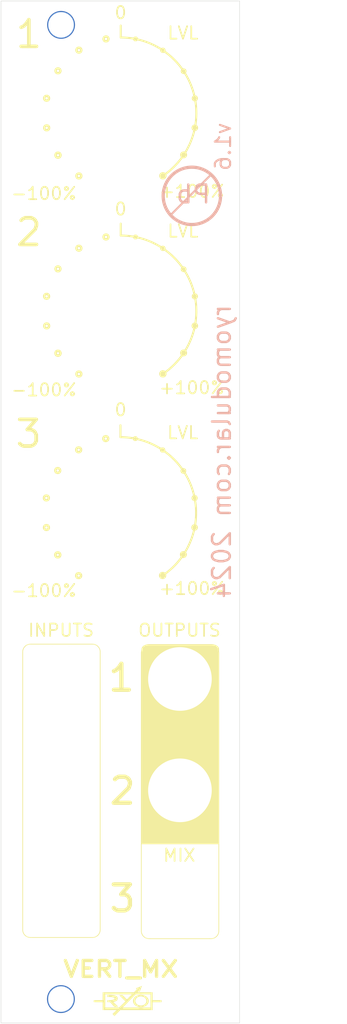
<source format=kicad_pcb>
(kicad_pcb (version 20221018) (generator pcbnew)
  (layers (0 "F.Cu" signal) (31 "B.Cu" signal) (34 "B.Paste" user) (35 "F.Paste" user) (36 "B.SilkS" user "B.Silkscreen") (37 "F.SilkS" user "F.Silkscreen") (38 "B.Mask" user) (39 "F.Mask" user) (44 "Edge.Cuts" user))
  (net 0 "")
  (net 1 "SHIELD")
  (footprint "" (layer "F.Cu") (at 141.0011 140.0036)
    (fp_text reference "@HOLE3" hide)
    (fp_text value "" (at 0 0) (layer "F.SilkS") (effects (font (size 1.27 1.27))))
    (pad "" np_thru_hole circle (at 0 0) (size 8 8) (drill 8) (layers "*.Cu" "*.Mask"))
  )
  (footprint "" (layer "F.Cu") (at 141.0011 154.0036)
    (fp_text reference "@HOLE1" hide)
    (fp_text value "" (at 0 0) (layer "F.SilkS") (effects (font (size 1.27 1.27))))
    (pad "" np_thru_hole circle (at 0 0) (size 8 8) (drill 8) (layers "*.Cu" "*.Mask"))
  )
  (footprint "" (layer "F.Cu") (at 148.5011 80.0036)
    (fp_text reference "@HOLE7" hide)
    (fp_text value "" hide)
    (pad "" np_thru_hole circle locked (at 0 0) (size 7.5 7.5) (drill 7.5) (layers "F&B.Cu" "*.Mask"))
  )
  (footprint "" (layer "F.Cu") (at 148.521317 54.891415)
    (fp_text reference "@HOLE6" hide)
    (fp_text value "" (at 0 0) (layer "F.SilkS") (effects (font (size 1.27 1.27))))
    (pad "" np_thru_hole circle locked (at 0 0) (size 7.5 7.5) (drill 7.5) (layers "F&B.Cu" "*.Mask"))
  )
  (footprint "" (layer "F.Cu") (at 156.0011 126.0036)
    (fp_text reference "@HOLE4" hide)
    (fp_text value "" (at 0 0) (layer "F.SilkS") (effects (font (size 1.27 1.27))))
    (pad "" np_thru_hole circle (at 0 0) (size 8 8) (drill 8) (layers "*.Cu" "*.Mask"))
  )
  (footprint "" (layer "F.Cu") (at 156.0011 154.0036)
    (fp_text reference "@HOLE0" hide)
    (fp_text value "" (at 0 0) (layer "F.SilkS") (effects (font (size 1.27 1.27))))
    (pad "" np_thru_hole circle (at 0 0) (size 8 8) (drill 8) (layers "*.Cu" "*.Mask"))
  )
  (footprint "" (layer "F.Cu") (at 148.5011 105.0036)
    (fp_text reference "@HOLE6" hide)
    (fp_text value "" (at 0 0) (layer "F.SilkS") (effects (font (size 1.27 1.27))))
    (pad "" np_thru_hole circle locked (at 0 0) (size 7.5 7.5) (drill 7.5) (layers "F&B.Cu" "*.Mask"))
  )
  (footprint "" (layer "F.Cu") (at 156.0011 140.0036)
    (fp_text reference "@HOLE2" hide)
    (fp_text value "" (at 0 0) (layer "F.SilkS") (effects (font (size 1.27 1.27))))
    (pad "" np_thru_hole circle (at 0 0) (size 8 8) (drill 8) (layers "*.Cu" "*.Mask"))
  )
  (footprint "" (layer "F.Cu") (at 141.0011 126.0036)
    (fp_text reference "@HOLE5" hide)
    (fp_text value "" (at 0 0) (layer "F.SilkS") (effects (font (size 1.27 1.27))))
    (pad "" np_thru_hole circle (at 0 0) (size 8 8) (drill 8) (layers "*.Cu" "*.Mask"))
  )
  (gr_line locked (start 159.806015 62.691339) (end 154.906015 67.591339) (stroke (width 0.254)) (layer "B.SilkS"))
  (gr_circle locked (center 157.5011 65.2536) (end 161.10665 65.2536) (stroke (width 0.4064)) (fill none) (layer "B.SilkS"))
  (gr_circle (center 140.674866 60.140658) (end 140.824866 60.140658) (stroke (width 0.3048)) (fill none) (layer "F.SilkS"))
  (gr_circle (center 140.664866 85.035065) (end 140.814866 85.035065) (stroke (width 0.3048)) (fill none) (layer "F.SilkS"))
  (gr_circle (center 153.824788 112.988375) (end 154.104788 112.988375) (stroke (width 0.3648)) (fill none) (layer "F.SilkS"))
  (gr_circle (center 140.634788 99.788375) (end 140.784788 99.788375) (stroke (width 0.3048)) (fill none) (layer "F.SilkS"))
  (gr_circle (center 150.414866 45.520658) (end 150.574866 45.520658) (stroke (width 0.3048)) (fill none) (layer "F.SilkS"))
  (gr_circle (center 140.634788 110.408375) (end 140.784788 110.408375) (stroke (width 0.3048)) (fill none) (layer "F.SilkS"))
  (gr_circle (center 143.264788 113.008375) (end 143.414788 113.008375) (stroke (width 0.3048)) (fill none) (layer "F.SilkS"))
  (gr_circle (center 146.704866 70.425065) (end 146.854866 70.425065) (stroke (width 0.3048)) (fill none) (layer "F.SilkS"))
  (gr_circle (center 143.294866 46.930658) (end 143.444866 46.930658) (stroke (width 0.3048)) (fill none) (layer "F.SilkS"))
  (gr_circle (center 156.434788 110.358375) (end 156.694788 110.358375) (stroke (width 0.3548)) (fill none) (layer "F.SilkS"))
  (gr_circle (center 140.674866 85.045065) (end 140.824866 85.045065) (stroke (width 0.3048)) (fill none) (layer "F.SilkS"))
  (gr_circle (center 157.874866 81.595065) (end 158.114866 81.595065) (stroke (width 0.3448)) (fill none) (layer "F.SilkS"))
  (gr_circle (center 139.214788 106.958375) (end 139.364788 106.958375) (stroke (width 0.3048)) (fill none) (layer "F.SilkS"))
  (gr_circle (center 143.294866 71.835065) (end 143.444866 71.835065) (stroke (width 0.3048)) (fill none) (layer "F.SilkS"))
  (gr_poly (pts (xy 147.319918 165.728597) (xy 147.49971 165.736445) (xy 147.588638 165.743714) (xy 147.674167 165.753676) (xy 147.754232 165.76668) (xy 147.826767 165.783074) (xy 147.889707 165.803207) (xy 147.916933 165.814784) (xy 147.940986 165.827427) (xy 147.969661 165.844576) (xy 147.98327 165.853024) (xy 147.99644 165.861518) (xy 148.009207 165.870155) (xy 148.021606 165.879032) (xy 148.033671 165.888247) (xy 148.045439 165.897897) (xy 148.056943 165.90808) (xy 148.068221 165.918892) (xy 148.079305 165.930432) (xy 148.090233 165.942797) (xy 148.101038 165.956083) (xy 148.111757 165.970389) (xy 148.122424 165.985812) (xy 148.133074 166.002449) (xy 148.142016 166.018481) (xy 148.149871 166.035776) (xy 148.15661 166.054269) (xy 148.162205 166.073893) (xy 148.166625 166.094582) (xy 148.169841 166.116272) (xy 148.171825 166.138897) (xy 148.172546 166.16239) (xy 148.171976 166.186686) (xy 148.170086 166.211719) (xy 148.166845 166.237424) (xy 148.162225 166.263735) (xy 148.156197 166.290587) (xy 148.148731 166.317913) (xy 148.139799 166.345647) (xy 148.129369 166.373725) (xy 148.126553 166.380324) (xy 148.123419 166.386719) (xy 148.119982 166.392916) (xy 148.116255 166.398922) (xy 148.112252 166.404745) (xy 148.107985 166.41039) (xy 148.098718 166.421177) (xy 148.08856 166.431337) (xy 148.07762 166.440926) (xy 148.066005 166.449998) (xy 148.053823 166.458607) (xy 148.041181 166.466809) (xy 148.028186 166.474657) (xy 148.001573 166.489514) (xy 147.948858 166.517394) (xy 147.932334 166.525869) (xy 147.913075 166.534896) (xy 147.868453 166.554001) (xy 147.819186 166.573494) (xy 147.76947 166.592164) (xy 147.685469 166.622179) (xy 147.650011 166.63434) (xy 148.164427 167.134601) (xy 148.164427 167.238582) (xy 147.747774 167.245594) (xy 147.219798 166.644923) (xy 146.878684 166.646312) (xy 146.879015 166.393966) (xy 147.206437 166.395157) (xy 147.294322 166.384987) (xy 147.384535 166.371605) (xy 147.43548 166.362644) (xy 147.488135 166.352096) (xy 147.540863 166.339904) (xy 147.592027 166.326014) (xy 147.63999 166.310368) (xy 147.683115 166.292912) (xy 147.702351 166.283487) (xy 147.719765 166.273589) (xy 147.73515 166.26321) (xy 147.748303 166.252344) (xy 147.759019 166.240983) (xy 147.767093 166.22912) (xy 147.77232 166.216749) (xy 147.774497 166.203863) (xy 147.772982 166.179439) (xy 147.766405 166.156896) (xy 147.7551 166.136159) (xy 147.739402 166.117158) (xy 147.719647 166.099819) (xy 147.696169 166.08407) (xy 147.669304 166.069838) (xy 147.639388 166.057052) (xy 147.606755 166.045639) (xy 147.57174 166.035526) (xy 147.495907 166.018912) (xy 147.41457 166.006629) (xy 147.330411 165.9981) (xy 147.24611 165.992744) (xy 147.16435 165.989982) (xy 147.019176 165.989923) (xy 146.877295 165.995437) (xy 146.87789 165.735286) (xy 147.010429 165.729898) (xy 147.151317 165.727343)) (fill solid) (layer "F.SilkS"))
  (gr_circle (center 157.844788 103.248375) (end 158.064788 103.248375) (stroke (width 0.3348)) (fill none) (layer "F.SilkS"))
  (gr_poly (pts (xy 159.992364 121.624) (xy 160.041824 121.626373) (xy 160.090568 121.63028) (xy 160.138534 121.635682) (xy 160.185662 121.642541) (xy 160.23189 121.650819) (xy 160.277156 121.660476) (xy 160.321399 121.671474) (xy 160.364558 121.683773) (xy 160.406571 121.697337) (xy 160.447377 121.712125) (xy 160.486915 121.728099) (xy 160.525122 121.745221) (xy 160.561938 121.763451) (xy 160.597301 121.782751) (xy 160.63115 121.803082) (xy 160.663424 121.824406) (xy 160.69406 121.846684) (xy 160.722998 121.869877) (xy 160.750176 121.893946) (xy 160.775532 121.918854) (xy 160.799006 121.94456) (xy 160.820536 121.971027) (xy 160.84006 121.998215) (xy 160.857517 122.026087) (xy 160.872846 122.054603) (xy 160.885985 122.083724) (xy 160.896873 122.113412) (xy 160.905448 122.143628) (xy 160.91165 122.174334) (xy 160.915415 122.205491) (xy 160.916684 122.237061) (xy 160.916684 144.247908) (xy 160.915415 144.279476) (xy 160.91165 144.310633) (xy 160.905448 144.341341) (xy 160.896873 144.371558) (xy 160.885985 144.401247) (xy 160.872846 144.43037) (xy 160.857517 144.458888) (xy 160.84006 144.486762) (xy 160.820536 144.513952) (xy 160.799006 144.540421) (xy 160.775532 144.56613) (xy 160.750176 144.591039) (xy 160.722998 144.615112) (xy 160.69406 144.638308) (xy 160.663424 144.660589) (xy 160.63115 144.681915) (xy 160.597301 144.70225) (xy 160.561938 144.721552) (xy 160.525122 144.739786) (xy 160.486915 144.75691) (xy 160.447377 144.772887) (xy 160.406571 144.787677) (xy 160.364558 144.801243) (xy 160.321399 144.813544) (xy 160.277156 144.824545) (xy 160.23189 144.834204) (xy 160.185662 144.842483) (xy 160.138534 144.849344) (xy 160.090568 144.854746) (xy 160.041824 144.858655) (xy 159.992364 144.861028) (xy 159.942251 144.861828) (xy 152.146865 144.861828) (xy 152.096751 144.861028) (xy 152.047291 144.858655) (xy 151.998548 144.854746) (xy 151.950581 144.849344) (xy 151.903453 144.842483) (xy 151.857226 144.834204) (xy 151.811959 144.824545) (xy 151.767716 144.813544) (xy 151.724557 144.801243) (xy 151.682544 144.787677) (xy 151.641738 144.772887) (xy 151.6022 144.75691) (xy 151.563993 144.739786) (xy 151.527177 144.721552) (xy 151.491814 144.70225) (xy 151.457965 144.681915) (xy 151.425692 144.660589) (xy 151.395055 144.638308) (xy 151.366117 144.615112) (xy 151.33894 144.591039) (xy 151.313583 144.56613) (xy 151.290109 144.540421) (xy 151.268579 144.513952) (xy 151.249055 144.486762) (xy 151.231598 144.458888) (xy 151.216269 144.43037) (xy 151.20313 144.401247) (xy 151.192242 144.371558) (xy 151.183667 144.341341) (xy 151.177466 144.310633) (xy 151.1737 144.279476) (xy 151.172431 144.247908) (xy 151.172431 122.237061) (xy 151.1737 122.205491) (xy 151.177466 122.174334) (xy 151.183667 122.143628) (xy 151.192242 122.113412) (xy 151.20313 122.083724) (xy 151.216269 122.054603) (xy 151.231598 122.026087) (xy 151.249055 121.998215) (xy 151.268579 121.971027) (xy 151.290109 121.94456) (xy 151.313583 121.918854) (xy 151.33894 121.893946) (xy 151.366117 121.869877) (xy 151.395055 121.846684) (xy 151.425692 121.824406) (xy 151.457965 121.803082) (xy 151.491814 121.782751) (xy 151.527177 121.763451) (xy 151.563993 121.745221) (xy 151.6022 121.728099) (xy 151.641738 121.712125) (xy 151.682544 121.697337) (xy 151.724557 121.683773) (xy 151.767716 121.671474) (xy 151.811959 121.660476) (xy 151.857226 121.650819) (xy 151.903453 121.642541) (xy 151.950581 121.635682) (xy 151.998548 121.63028) (xy 152.047291 121.626373) (xy 152.096751 121.624) (xy 152.146865 121.623201) (xy 159.942251 121.623201)) (fill solid) (layer "F.SilkS"))
  (gr_circle (center 143.264788 97.188375) (end 143.414788 97.188375) (stroke (width 0.3048)) (fill none) (layer "F.SilkS"))
  (gr_circle (center 140.634788 110.388375) (end 140.784788 110.388375) (stroke (width 0.3048)) (fill none) (layer "F.SilkS"))
  (gr_circle (center 156.464866 74.485065) (end 156.664866 74.485065) (stroke (width 0.3248)) (fill none) (layer "F.SilkS"))
  (gr_circle (center 140.674866 85.045065) (end 140.824866 85.045065) (stroke (width 0.3048)) (fill none) (layer "F.SilkS"))
  (gr_circle (center 146.674788 95.778375) (end 146.824788 95.778375) (stroke (width 0.3048)) (fill none) (layer "F.SilkS"))
  (gr_circle (center 140.644788 110.398375) (end 140.794788 110.398375) (stroke (width 0.3048)) (fill none) (layer "F.SilkS"))
  (gr_circle (center 140.634788 110.388375) (end 140.784788 110.388375) (stroke (width 0.3048)) (fill none) (layer "F.SilkS"))
  (gr_arc (start 148.554866 70.245066) (mid 157.650941 76.981606) (end 153.854866 87.645065) (stroke (width 0.254)) (layer "F.SilkS"))
  (gr_circle (center 140.664866 60.150658) (end 140.814866 60.150658) (stroke (width 0.3048)) (fill none) (layer "F.SilkS"))
  (gr_circle (center 139.244866 81.605065) (end 139.394866 81.605065) (stroke (width 0.3048)) (fill none) (layer "F.SilkS"))
  (gr_circle (center 140.664866 85.055065) (end 140.814866 85.055065) (stroke (width 0.3048)) (fill none) (layer "F.SilkS"))
  (gr_circle (center 153.824788 97.208375) (end 154.004788 97.208375) (stroke (width 0.3148)) (fill none) (layer "F.SilkS"))
  (gr_circle (center 157.874866 56.690658) (end 158.114866 56.690658) (stroke (width 0.3448)) (fill none) (layer "F.SilkS"))
  (gr_circle (center 140.664866 49.530658) (end 140.814866 49.530658) (stroke (width 0.3048)) (fill none) (layer "F.SilkS"))
  (gr_circle (center 157.874866 77.895065) (end 158.094866 77.895065) (stroke (width 0.3348)) (fill none) (layer "F.SilkS"))
  (gr_circle (center 156.464866 85.005065) (end 156.724866 85.005065) (stroke (width 0.3548)) (fill none) (layer "F.SilkS"))
  (gr_circle (center 157.874866 52.990658) (end 158.094866 52.990658) (stroke (width 0.3348)) (fill none) (layer "F.SilkS"))
  (gr_line (start 148.554866 45.340658) (end 148.554866 43.840658) (stroke (width 0.254)) (layer "F.SilkS"))
  (gr_circle (center 139.244866 56.700658) (end 139.394866 56.700658) (stroke (width 0.3048)) (fill none) (layer "F.SilkS"))
  (gr_circle (center 143.294866 87.655065) (end 143.444866 87.655065) (stroke (width 0.3048)) (fill none) (layer "F.SilkS"))
  (gr_poly (pts (xy 159.965812 121.771823) (xy 160.015272 121.775589) (xy 160.064016 121.78179) (xy 160.111982 121.790365) (xy 160.15911 121.801253) (xy 160.205338 121.814391) (xy 160.250604 121.82972) (xy 160.294847 121.847177) (xy 160.338006 121.8667) (xy 160.380019 121.88823) (xy 160.420825 121.911703) (xy 160.460363 121.937059) (xy 160.49857 121.964236) (xy 160.535386 121.993172) (xy 160.570749 122.023807) (xy 160.604598 122.056079) (xy 160.636872 122.089927) (xy 160.667508 122.125288) (xy 160.696446 122.162103) (xy 160.723624 122.200308) (xy 160.74898 122.239844) (xy 160.772454 122.280647) (xy 160.793984 122.322658) (xy 160.813508 122.365814) (xy 160.830965 122.410055) (xy 160.846294 122.455318) (xy 160.859433 122.501542) (xy 160.870321 122.548667) (xy 160.878896 122.596629) (xy 160.885098 122.645369) (xy 160.888863 122.694824) (xy 160.890132 122.744934) (xy 160.890132 157.682789) (xy 160.888863 157.732898) (xy 160.885098 157.782354) (xy 160.878896 157.831095) (xy 160.870321 157.879059) (xy 160.859433 157.926186) (xy 160.846294 157.972412) (xy 160.830965 158.017678) (xy 160.813508 158.061922) (xy 160.793984 158.105082) (xy 160.772454 158.147096) (xy 160.74898 158.187904) (xy 160.723624 158.227443) (xy 160.696446 158.265653) (xy 160.667508 158.302472) (xy 160.636872 158.337838) (xy 160.604598 158.37169) (xy 160.570749 158.403967) (xy 160.535386 158.434606) (xy 160.49857 158.463548) (xy 160.460363 158.490729) (xy 160.420825 158.516089) (xy 160.380019 158.539566) (xy 160.338006 158.561099) (xy 160.294847 158.580626) (xy 160.250604 158.598087) (xy 160.205338 158.613418) (xy 160.15911 158.62656) (xy 160.111982 158.637449) (xy 160.064016 158.646026) (xy 160.015272 158.652229) (xy 159.965812 158.655995) (xy 159.915699 158.657265) (xy 152.120313 158.657265) (xy 152.070199 158.655995) (xy 152.020739 158.652229) (xy 151.971996 158.646026) (xy 151.924029 158.637449) (xy 151.876901 158.62656) (xy 151.830674 158.613418) (xy 151.785407 158.598087) (xy 151.741164 158.580626) (xy 151.698005 158.561099) (xy 151.655992 158.539566) (xy 151.615186 158.516089) (xy 151.575648 158.490729) (xy 151.537441 158.463548) (xy 151.500625 158.434606) (xy 151.465262 158.403967) (xy 151.431413 158.37169) (xy 151.39914 158.337838) (xy 151.368503 158.302472) (xy 151.339565 158.265653) (xy 151.312388 158.227443) (xy 151.287031 158.187904) (xy 151.263557 158.147096) (xy 151.242027 158.105082) (xy 151.222503 158.061922) (xy 151.205046 158.017678) (xy 151.189717 157.972412) (xy 151.176578 157.926186) (xy 151.16569 157.879059) (xy 151.157115 157.831095) (xy 151.150914 157.782354) (xy 151.147148 157.732898) (xy 151.145879 157.682789) (xy 151.145879 122.744934) (xy 151.147148 122.694824) (xy 151.150914 122.645369) (xy 151.157115 122.596629) (xy 151.16569 122.548667) (xy 151.176578 122.501542) (xy 151.189717 122.455318) (xy 151.205046 122.410055) (xy 151.222503 122.365814) (xy 151.242027 122.322658) (xy 151.263557 122.280647) (xy 151.287031 122.239844) (xy 151.312388 122.200308) (xy 151.339565 122.162103) (xy 151.368503 122.125288) (xy 151.39914 122.089927) (xy 151.431413 122.056079) (xy 151.465262 122.023807) (xy 151.500625 121.993172) (xy 151.537441 121.964236) (xy 151.575648 121.937059) (xy 151.615186 121.911703) (xy 151.655992 121.88823) (xy 151.698005 121.8667) (xy 151.741164 121.847177) (xy 151.785407 121.82972) (xy 151.830674 121.814391) (xy 151.876901 121.801253) (xy 151.924029 121.790365) (xy 151.971996 121.78179) (xy 152.020739 121.775589) (xy 152.070199 121.771823) (xy 152.120313 121.770554) (xy 159.915699 121.770554)) (stroke (width 0.1)) (fill none) (layer "F.SilkS"))
  (gr_circle (center 139.234866 77.885065) (end 139.384866 77.885065) (stroke (width 0.3048)) (fill none) (layer "F.SilkS"))
  (gr_circle (center 153.854866 46.950658) (end 154.034866 46.950658) (stroke (width 0.3148)) (fill none) (layer "F.SilkS"))
  (gr_circle (center 150.414866 70.425065) (end 150.574866 70.425065) (stroke (width 0.3048)) (fill none) (layer "F.SilkS"))
  (gr_circle (center 157.844788 106.948375) (end 158.084788 106.948375) (stroke (width 0.3448)) (fill none) (layer "F.SilkS"))
  (gr_line (start 148.554866 70.245065) (end 148.554866 68.745065) (stroke (width 0.254)) (layer "F.SilkS"))
  (gr_circle (center 140.664866 85.035065) (end 140.814866 85.035065) (stroke (width 0.3048)) (fill none) (layer "F.SilkS"))
  (gr_circle (center 139.234866 52.980658) (end 139.384866 52.980658) (stroke (width 0.3048)) (fill none) (layer "F.SilkS"))
  (gr_circle (center 156.464866 60.100658) (end 156.724866 60.100658) (stroke (width 0.3548)) (fill none) (layer "F.SilkS"))
  (gr_circle (center 153.854866 62.730658) (end 154.134866 62.730658) (stroke (width 0.3648)) (fill none) (layer "F.SilkS"))
  (gr_circle (center 140.674866 60.140658) (end 140.824866 60.140658) (stroke (width 0.3048)) (fill none) (layer "F.SilkS"))
  (gr_circle (center 140.664866 60.130658) (end 140.814866 60.130658) (stroke (width 0.3048)) (fill none) (layer "F.SilkS"))
  (gr_circle (center 140.644788 110.398375) (end 140.794788 110.398375) (stroke (width 0.3048)) (fill none) (layer "F.SilkS"))
  (gr_circle (center 139.204788 103.238375) (end 139.354788 103.238375) (stroke (width 0.3048)) (fill none) (layer "F.SilkS"))
  (gr_poly (pts (xy 150.946322 165.350251) (xy 150.823026 165.245344) (xy 150.682136 165.3906) (xy 152.569277 165.390468) (xy 152.570996 166.3812) (xy 153.69316 166.383449) (xy 153.692366 166.649091) (xy 152.571789 166.651406) (xy 152.56921 167.640352) (xy 148.500514 167.639823) (xy 147.766957 168.3962) (xy 147.525392 168.122158) (xy 148.014011 167.639757) (xy 146.284496 167.639558) (xy 146.283392 167.309292) (xy 148.821123 167.309292) (xy 152.303436 167.309755) (xy 152.302245 165.656242) (xy 150.424629 165.656109) (xy 148.821123 167.309292) (xy 146.283392 167.309292) (xy 146.281189 166.650414) (xy 145.158496 166.64241) (xy 145.161208 166.388939) (xy 146.274442 166.384706) (xy 146.281332 165.655779) (xy 146.614696 165.655779) (xy 146.614696 167.309028) (xy 148.348841 167.309226) (xy 149.131281 166.536907) (xy 148.365444 165.751227) (xy 148.793738 165.747126) (xy 149.332695 166.290051) (xy 149.962866 165.656043) (xy 146.614696 165.655779) (xy 146.281332 165.655779) (xy 146.283835 165.390997) (xy 150.226655 165.390666) (xy 150.594492 165.020646) (xy 150.454329 164.898673) (xy 151.229757 164.587854)) (fill solid) (layer "F.SilkS"))
  (gr_circle (center 150.384788 95.778375) (end 150.544788 95.778375) (stroke (width 0.3048)) (fill none) (layer "F.SilkS"))
  (gr_arc (start 148.554866 45.340659) (mid 157.650941 52.077199) (end 153.854866 62.740658) (stroke (width 0.254)) (layer "F.SilkS"))
  (gr_circle (center 156.464866 49.580658) (end 156.664866 49.580658) (stroke (width 0.3248)) (fill none) (layer "F.SilkS"))
  (gr_circle (center 153.854866 71.855065) (end 154.034866 71.855065) (stroke (width 0.3148)) (fill none) (layer "F.SilkS"))
  (gr_circle (center 140.664866 74.435065) (end 140.814866 74.435065) (stroke (width 0.3048)) (fill none) (layer "F.SilkS"))
  (gr_circle (center 140.664866 60.130658) (end 140.814866 60.130658) (stroke (width 0.3048)) (fill none) (layer "F.SilkS"))
  (gr_circle (center 153.854866 87.635065) (end 154.134866 87.635065) (stroke (width 0.3648)) (fill none) (layer "F.SilkS"))
  (gr_rect (start 151.176036 144.115919) (end 160.817391 146.733482) (stroke (width 0.1)) (fill solid) (layer "F.SilkS"))
  (gr_poly (pts (xy 145.049199 121.624) (xy 145.098659 121.627766) (xy 145.147403 121.633967) (xy 145.195369 121.642542) (xy 145.242497 121.65343) (xy 145.288725 121.666568) (xy 145.333991 121.681897) (xy 145.378234 121.699354) (xy 145.421393 121.718877) (xy 145.463406 121.740407) (xy 145.504212 121.76388) (xy 145.54375 121.789236) (xy 145.581957 121.816413) (xy 145.618773 121.845349) (xy 145.654136 121.875984) (xy 145.687985 121.908256) (xy 145.720259 121.942104) (xy 145.750895 121.977465) (xy 145.779833 122.01428) (xy 145.807011 122.052485) (xy 145.832367 122.092021) (xy 145.855841 122.132824) (xy 145.877371 122.174835) (xy 145.896895 122.217991) (xy 145.914352 122.262232) (xy 145.929681 122.307495) (xy 145.94282 122.353719) (xy 145.953708 122.400844) (xy 145.962283 122.448806) (xy 145.968485 122.497546) (xy 145.97225 122.547001) (xy 145.973519 122.597111) (xy 145.973519 157.534966) (xy 145.97225 157.585075) (xy 145.968485 157.634531) (xy 145.962283 157.683272) (xy 145.953708 157.731236) (xy 145.94282 157.778363) (xy 145.929681 157.824589) (xy 145.914352 157.869855) (xy 145.896895 157.914099) (xy 145.877371 157.957259) (xy 145.855841 157.999273) (xy 145.832367 158.040081) (xy 145.807011 158.07962) (xy 145.779833 158.11783) (xy 145.750895 158.154649) (xy 145.720259 158.190015) (xy 145.687985 158.223867) (xy 145.654136 158.256144) (xy 145.618773 158.286783) (xy 145.581957 158.315725) (xy 145.54375 158.342906) (xy 145.504212 158.368266) (xy 145.463406 158.391743) (xy 145.421393 158.413276) (xy 145.378234 158.432803) (xy 145.333991 158.450264) (xy 145.288725 158.465595) (xy 145.242497 158.478737) (xy 145.195369 158.489626) (xy 145.147403 158.498203) (xy 145.098659 158.504406) (xy 145.049199 158.508172) (xy 144.999086 158.509442) (xy 137.2037 158.509442) (xy 137.153586 158.508172) (xy 137.104126 158.504406) (xy 137.055383 158.498203) (xy 137.007416 158.489626) (xy 136.960288 158.478737) (xy 136.914061 158.465595) (xy 136.868794 158.450264) (xy 136.824551 158.432803) (xy 136.781392 158.413276) (xy 136.739379 158.391743) (xy 136.698573 158.368266) (xy 136.659035 158.342906) (xy 136.620828 158.315725) (xy 136.584012 158.286783) (xy 136.548649 158.256144) (xy 136.5148 158.223867) (xy 136.482527 158.190015) (xy 136.45189 158.154649) (xy 136.422952 158.11783) (xy 136.395775 158.07962) (xy 136.370418 158.040081) (xy 136.346944 157.999273) (xy 136.325414 157.957259) (xy 136.30589 157.914099) (xy 136.288433 157.869855) (xy 136.273104 157.824589) (xy 136.259965 157.778363) (xy 136.249077 157.731236) (xy 136.240502 157.683272) (xy 136.234301 157.634531) (xy 136.230535 157.585075) (xy 136.229266 157.534966) (xy 136.229266 122.597111) (xy 136.230535 122.547001) (xy 136.234301 122.497546) (xy 136.240502 122.448806) (xy 136.249077 122.400844) (xy 136.259965 122.353719) (xy 136.273104 122.307495) (xy 136.288433 122.262232) (xy 136.30589 122.217991) (xy 136.325414 122.174835) (xy 136.346944 122.132824) (xy 136.370418 122.092021) (xy 136.395775 122.052485) (xy 136.422952 122.01428) (xy 136.45189 121.977465) (xy 136.482527 121.942104) (xy 136.5148 121.908256) (xy 136.548649 121.875984) (xy 136.584012 121.845349) (xy 136.620828 121.816413) (xy 136.659035 121.789236) (xy 136.698573 121.76388) (xy 136.739379 121.740407) (xy 136.781392 121.718877) (xy 136.824551 121.699354) (xy 136.868794 121.681897) (xy 136.914061 121.666568) (xy 136.960288 121.65343) (xy 137.007416 121.642542) (xy 137.055383 121.633967) (xy 137.104126 121.627766) (xy 137.153586 121.624) (xy 137.2037 121.622731) (xy 144.999086 121.622731)) (stroke (width 0.1)) (fill none) (layer "F.SilkS"))
  (gr_circle (center 146.704866 45.520658) (end 146.854866 45.520658) (stroke (width 0.3048)) (fill none) (layer "F.SilkS"))
  (gr_circle (center 143.294866 62.750658) (end 143.444866 62.750658) (stroke (width 0.3048)) (fill none) (layer "F.SilkS"))
  (gr_line (start 148.524788 95.598375) (end 148.524788 94.098375) (stroke (width 0.254)) (layer "F.SilkS"))
  (gr_arc (start 148.524788 95.598376) (mid 157.620863 102.334916) (end 153.824788 112.998375) (stroke (width 0.254)) (layer "F.SilkS"))
  (gr_poly (pts (xy 151.139921 165.711176) (xy 151.190178 165.714219) (xy 151.239708 165.71923) (xy 151.288448 165.72616) (xy 151.383308 165.745575) (xy 151.474261 165.772069) (xy 151.560806 165.805244) (xy 151.642444 165.844703) (xy 151.718676 165.890048) (xy 151.789003 165.940884) (xy 151.821796 165.968236) (xy 151.852926 165.996812) (xy 151.88233 166.026561) (xy 151.909946 166.057435) (xy 151.935711 166.089384) (xy 151.959562 166.122358) (xy 151.981439 166.156307) (xy 152.001277 166.191182) (xy 152.019016 166.226932) (xy 152.034591 166.26351) (xy 152.047942 166.300864) (xy 152.059005 166.338945) (xy 152.067718 166.377704) (xy 152.074019 166.417091) (xy 152.077846 166.457057) (xy 152.079135 166.49755) (xy 152.077846 166.538044) (xy 152.074019 166.57801) (xy 152.067718 166.617396) (xy 152.059005 166.656155) (xy 152.047942 166.694237) (xy 152.034591 166.731591) (xy 152.019016 166.768168) (xy 152.001277 166.803919) (xy 151.981439 166.838794) (xy 151.959562 166.872743) (xy 151.935711 166.905717) (xy 151.909946 166.937665) (xy 151.88233 166.968539) (xy 151.852926 166.998289) (xy 151.821796 167.026865) (xy 151.789003 167.054217) (xy 151.754609 167.080296) (xy 151.718676 167.105052) (xy 151.681267 167.128436) (xy 151.642444 167.150398) (xy 151.602269 167.170888) (xy 151.560806 167.189857) (xy 151.518115 167.207254) (xy 151.474261 167.223032) (xy 151.429304 167.237138) (xy 151.383308 167.249525) (xy 151.336335 167.260143) (xy 151.288448 167.268941) (xy 151.239708 167.275871) (xy 151.190178 167.280882) (xy 151.139921 167.283925) (xy 151.088999 167.28495) (xy 151.038082 167.283925) (xy 150.98783 167.280882) (xy 150.938304 167.275871) (xy 150.889568 167.268941) (xy 150.794713 167.249525) (xy 150.703764 167.223032) (xy 150.617221 167.189857) (xy 150.535583 167.150398) (xy 150.459349 167.105052) (xy 150.389019 167.054217) (xy 150.356224 167.026865) (xy 150.325092 166.998289) (xy 150.295687 166.968539) (xy 150.268069 166.937665) (xy 150.242302 166.905717) (xy 150.218448 166.872743) (xy 150.19657 166.838794) (xy 150.176729 166.803919) (xy 150.158989 166.768168) (xy 150.143411 166.731591) (xy 150.130059 166.694237) (xy 150.118995 166.656155) (xy 150.11028 166.617396) (xy 150.103978 166.57801) (xy 150.100151 166.538044) (xy 150.098862 166.49755) (xy 150.099193 166.487165) (xy 150.400354 166.487165) (xy 150.401251 166.51643) (xy 150.403912 166.545312) (xy 150.408295 166.573778) (xy 150.414355 166.601789) (xy 150.42205 166.629312) (xy 150.431336 166.656309) (xy 150.442169 166.682745) (xy 150.454507 166.708585) (xy 150.468305 166.733791) (xy 150.483521 166.758328) (xy 150.500111 166.782161) (xy 150.518031 166.805253) (xy 150.537238 166.827569) (xy 150.557689 166.849072) (xy 150.57934 166.869727) (xy 150.602149 166.889498) (xy 150.62607 166.908348) (xy 150.651062 166.926243) (xy 150.677081 166.943146) (xy 150.704082 166.959021) (xy 150.732024 166.973832) (xy 150.760862 166.987543) (xy 150.790553 167.00012) (xy 150.821054 167.011524) (xy 150.852321 167.021722) (xy 150.884311 167.030676) (xy 150.91698 167.038351) (xy 150.950286 167.044711) (xy 150.984183 167.049721) (xy 151.01863 167.053343) (xy 151.053583 167.055543) (xy 151.088999 167.056284) (xy 151.124414 167.055543) (xy 151.159367 167.053343) (xy 151.193815 167.049721) (xy 151.227714 167.044711) (xy 151.261021 167.038351) (xy 151.293692 167.030676) (xy 151.325684 167.021722) (xy 151.356953 167.011524) (xy 151.387456 167.00012) (xy 151.41715 166.987543) (xy 151.445991 166.973832) (xy 151.473935 166.959021) (xy 151.50094 166.943146) (xy 151.526962 166.926243) (xy 151.551957 166.908348) (xy 151.575881 166.889498) (xy 151.598693 166.869727) (xy 151.620347 166.849072) (xy 151.640801 166.827569) (xy 151.660011 166.805253) (xy 151.677934 166.782161) (xy 151.694527 166.758328) (xy 151.709745 166.733791) (xy 151.723546 166.708585) (xy 151.735885 166.682745) (xy 151.746721 166.656309) (xy 151.756008 166.629312) (xy 151.763705 166.601789) (xy 151.769766 166.573778) (xy 151.77415 166.545312) (xy 151.776812 166.51643) (xy 151.777709 166.487165) (xy 151.776812 166.457895) (xy 151.77415 166.429008) (xy 151.769766 166.400538) (xy 151.763705 166.372523) (xy 151.756008 166.344997) (xy 151.746721 166.317997) (xy 151.735885 166.291559) (xy 151.723546 166.265719) (xy 151.709745 166.240511) (xy 151.694527 166.215974) (xy 151.677934 166.192141) (xy 151.660011 166.169049) (xy 151.640801 166.146734) (xy 151.620347 166.125232) (xy 151.598693 166.104578) (xy 151.575881 166.084809) (xy 151.551957 166.06596) (xy 151.526962 166.048067) (xy 151.50094 166.031166) (xy 151.473935 166.015293) (xy 151.445991 166.000484) (xy 151.41715 165.986774) (xy 151.387456 165.9742) (xy 151.356953 165.962798) (xy 151.325684 165.952602) (xy 151.293692 165.943649) (xy 151.261021 165.935976) (xy 151.227714 165.929617) (xy 151.193815 165.924609) (xy 151.159367 165.920987) (xy 151.124414 165.918788) (xy 151.088999 165.918047) (xy 151.053583 165.918788) (xy 151.01863 165.920987) (xy 150.984183 165.924609) (xy 150.950286 165.929617) (xy 150.91698 165.935976) (xy 150.884311 165.943649) (xy 150.852321 165.952602) (xy 150.821054 165.962798) (xy 150.790553 165.9742) (xy 150.760862 165.986774) (xy 150.732024 166.000484) (xy 150.704082 166.015293) (xy 150.677081 166.031166) (xy 150.651062 166.048067) (xy 150.62607 166.06596) (xy 150.602149 166.084809) (xy 150.57934 166.104578) (xy 150.557689 166.125232) (xy 150.537238 166.146734) (xy 150.518031 166.169049) (xy 150.500111 166.192141) (xy 150.483521 166.215974) (xy 150.468305 166.240511) (xy 150.454507 166.265719) (xy 150.442169 166.291559) (xy 150.431336 166.317997) (xy 150.42205 166.344997) (xy 150.414355 166.372523) (xy 150.408295 166.400538) (xy 150.403912 166.429008) (xy 150.401251 166.457895) (xy 150.400354 166.487165) (xy 150.099193 166.487165) (xy 150.100151 166.457057) (xy 150.103978 166.417091) (xy 150.11028 166.377704) (xy 150.118995 166.338945) (xy 150.130059 166.300864) (xy 150.143411 166.26351) (xy 150.158989 166.226932) (xy 150.176729 166.191182) (xy 150.19657 166.156307) (xy 150.218448 166.122358) (xy 150.242302 166.089384) (xy 150.268069 166.057435) (xy 150.295687 166.026561) (xy 150.325092 165.996812) (xy 150.356224 165.968236) (xy 150.389019 165.940884) (xy 150.423414 165.914805) (xy 150.459349 165.890048) (xy 150.496759 165.866664) (xy 150.535583 165.844703) (xy 150.575757 165.824213) (xy 150.617221 165.805244) (xy 150.659911 165.787846) (xy 150.703764 165.772069) (xy 150.748719 165.757962) (xy 150.794713 165.745575) (xy 150.841684 165.734958) (xy 150.889568 165.72616) (xy 150.938304 165.71923) (xy 150.98783 165.714219) (xy 151.038082 165.711176) (xy 151.088999 165.71015)) (fill solid) (layer "F.SilkS"))
  (gr_circle (center 156.434788 99.838375) (end 156.634788 99.838375) (stroke (width 0.3248)) (fill none) (layer "F.SilkS"))
  (gr_line locked (start 163.5011 169.2536) (end 163.5011 40.7536) (stroke (width 0.05)) (layer "Edge.Cuts"))
  (gr_line (start 133.5011 169.2536) (end 163.5011 169.2536) (stroke (width 0.05)) (layer "Edge.Cuts"))
  (gr_line (start 133.5011 40.7536) (end 133.5011 169.2536) (stroke (width 0.05)) (layer "Edge.Cuts"))
  (gr_line (start 163.5011 40.7536) (end 133.5011 40.7536) (stroke (width 0.05)) (layer "Edge.Cuts"))
  (gr_text "Pb" (at 160.02 66.3536) (layer "B.SilkS") (effects (font (size 2.2352 2.2352) (thickness 0.3048)) (justify left bottom mirror)))
  (gr_text "ryomodular.com 2024" (at 162.56 78.74 90) (layer "B.SilkS") (effects (font (size 2.2352 2.2352) (thickness 0.3048)) (justify left bottom mirror)))
  (gr_text "v1.6" (at 162.56 55.88 90) (layer "B.SilkS") (effects (font (size 1.922272 1.922272) (thickness 0.262128)) (justify left bottom mirror)))
  (gr_text "OUTPUTS" (at 150.625859 120.797) (layer "F.SilkS") (effects (font (size 1.56464 1.56464) (thickness 0.21336)) (justify left bottom)))
  (gr_text locked "1" (at 146.728419 127.786894) (layer "F.SilkS") (effects (font (size 3.2766 3.2766) (thickness 0.5334)) (justify left bottom)))
  (gr_text "-100%" (at 134.664 115.811753) (layer "F.SilkS") (effects (font (size 1.56464 1.56464) (thickness 0.21336)) (justify left bottom)))
  (gr_text locked "VERT_MX" (at 141.105867 163.663977) (layer "F.SilkS") (effects (font (size 2 2.25) (thickness 0.42)) (justify left bottom)))
  (gr_text "-100%" (at 134.664 90.568971) (layer "F.SilkS") (effects (font (size 1.56464 1.56464) (thickness 0.21336)) (justify left bottom)))
  (gr_text "INPUTS" (at 136.781862 120.797) (layer "F.SilkS") (effects (font (size 1.56464 1.56464) (thickness 0.21336)) (justify left bottom)))
  (gr_text "+100%" (at 153.271 90.298271) (layer "F.SilkS") (effects (font (size 1.56464 1.56464) (thickness 0.21336)) (justify left bottom)))
  (gr_text locked "2" (at 146.863769 141.998648) (layer "F.SilkS") (effects (font (size 3.2766 3.2766) (thickness 0.5334)) (justify left bottom)))
  (gr_text "-100%" (at 134.663626 65.8774) (layer "F.SilkS") (effects (font (size 1.56464 1.56464) (thickness 0.21336)) (justify left bottom)))
  (gr_text "0\n" (at 147.654 43.139019) (layer "F.SilkS") (effects (font (size 1.56464 1.56464) (thickness 0.21336)) (justify left bottom)))
  (gr_text "MIX" (at 153.771786 149.089288) (layer "F.SilkS") (effects (font (size 1.56464 1.56464) (thickness 0.21336)) (justify left bottom)))
  (gr_text "2" (at 135.104866 71.795065) (layer "F.SilkS") (effects (font (size 3.3528 3.3528) (thickness 0.4572)) (justify left bottom)))
  (gr_text "LVL" (at 154.274788 95.948375) (layer "F.SilkS") (effects (font (size 1.56464 1.56464) (thickness 0.21336)) (justify left bottom)))
  (gr_text "+100%" (at 153.271 65.606672) (layer "F.SilkS") (effects (font (size 1.56464 1.56464) (thickness 0.21336)) (justify left bottom)))
  (gr_text "LVL" (at 154.304866 70.595065) (layer "F.SilkS") (effects (font (size 1.56464 1.56464) (thickness 0.21336)) (justify left bottom)))
  (gr_text locked "3" (at 146.863769 155.533652) (layer "F.SilkS") (effects (font (size 3.2766 3.2766) (thickness 0.5334)) (justify left bottom)))
  (gr_text "0\n" (at 147.654 67.830618) (layer "F.SilkS") (effects (font (size 1.56464 1.56464) (thickness 0.21336)) (justify left bottom)))
  (gr_text "0\n" (at 147.654001 93.0734) (layer "F.SilkS") (effects (font (size 1.56464 1.56464) (thickness 0.21336)) (justify left bottom)))
  (gr_text "1" (at 135.104866 46.890658) (layer "F.SilkS") (effects (font (size 3.3528 3.3528) (thickness 0.4572)) (justify left bottom)))
  (gr_text "3" (at 135.074788 97.148375) (layer "F.SilkS") (effects (font (size 3.3528 3.3528) (thickness 0.4572)) (justify left bottom)))
  (gr_text "+100%" (at 153.271028 115.541053) (layer "F.SilkS") (effects (font (size 1.56464 1.56464) (thickness 0.21336)) (justify left bottom)))
  (gr_text "LVL" (at 154.304866 45.690658) (layer "F.SilkS") (effects (font (size 1.56464 1.56464) (thickness 0.21336)) (justify left bottom)))
  (via locked (at 141.054858 43.7536) (size 3.5048) (drill 3.2) (layers "F.Cu" "B.Cu") (net 1))
  (via locked (at 141.034562 166.2536) (size 3.5048) (drill 3.2) (layers "F.Cu" "B.Cu") (net 1))
)
</source>
